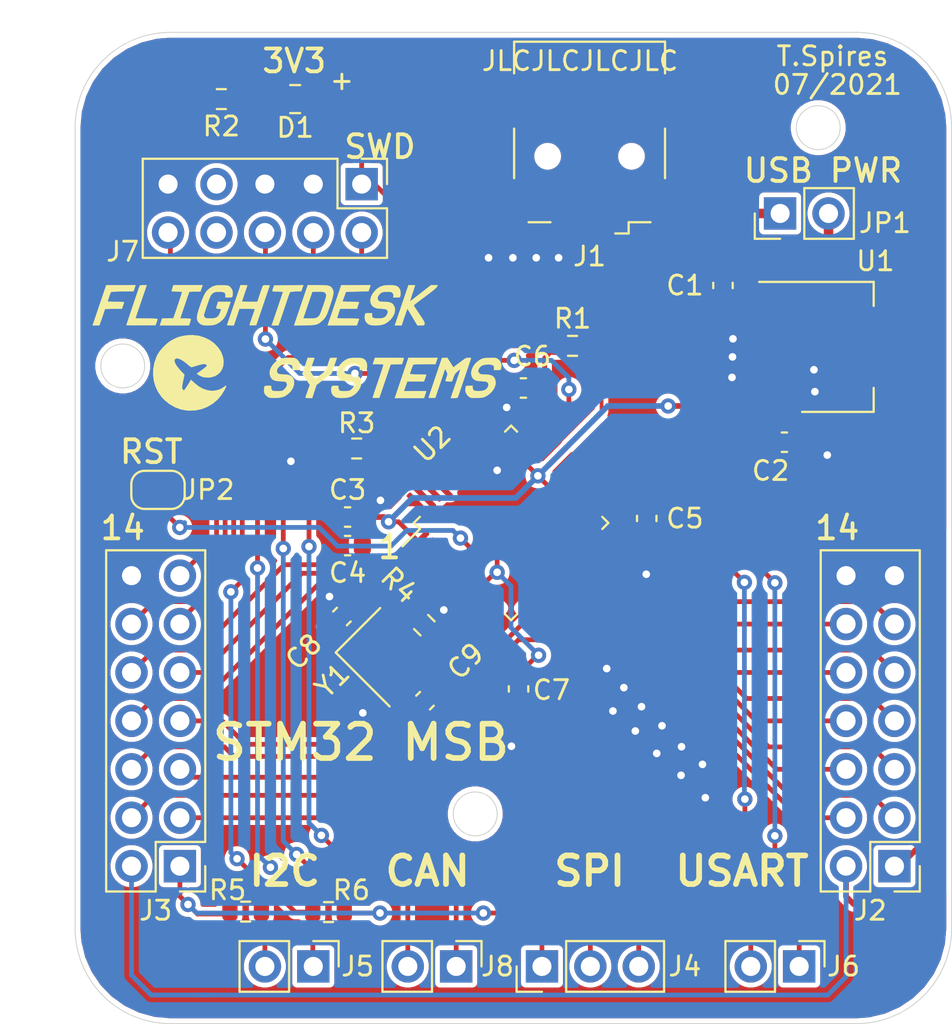
<source format=kicad_pcb>
(kicad_pcb (version 20171130) (host pcbnew "(5.1.10)-1")
  (layers (0 F.Cu signal) (31 B.Cu signal) (34 B.Paste user) (35 F.Paste user) (36 B.SilkS user) (37 F.SilkS user) (38 B.Mask user) (39 F.Mask user) (44 Edge.Cuts user))
  (net 0 "")
  (net 1 +5VP)
  (net 2 GND)
  (net 3 +3V3)
  (net 4 /HSE_OSC_IN)
  (net 5 "Net-(C9-Pad2)")
  (net 6 "Net-(D1-Pad1)")
  (net 7 "Net-(J1-Pad6)")
  (net 8 +5V)
  (net 9 /USB_D-)
  (net 10 /USB_D+)
  (net 11 "Net-(J1-Pad4)")
  (net 12 /PB1)
  (net 13 /PB0)
  (net 14 /PA4)
  (net 15 /PA3)
  (net 16 /PA2)
  (net 17 /PA1)
  (net 18 /PA0)
  (net 19 /PC15)
  (net 20 /PC14)
  (net 21 /PC13)
  (net 22 /PB2)
  (net 23 /PB10)
  (net 24 /PB11)
  (net 25 /PB12)
  (net 26 /PB13)
  (net 27 /PB14)
  (net 28 /PB15)
  (net 29 /PA8)
  (net 30 /PA15)
  (net 31 /PB4)
  (net 32 /PB5)
  (net 33 /CAN_RX)
  (net 34 /CAN_TX)
  (net 35 /I2C_SDA)
  (net 36 /I2C_SCL)
  (net 37 /USART_TX)
  (net 38 /USART_RX)
  (net 39 /SWDIO)
  (net 40 /SWCLK)
  (net 41 /SWO)
  (net 42 "Net-(J7-Pad7)")
  (net 43 "Net-(J7-Pad8)")
  (net 44 /NRST)
  (net 45 /SPI_SCK)
  (net 46 /SPI_MISO)
  (net 47 /SPI_MOSI)
  (net 48 "Net-(R3-Pad1)")
  (net 49 /HSE_OSC_OUT)
  (module Logos:Logo (layer F.Cu) (at 32.75 31.25)
    (fp_text reference G*** hide)
    (fp_text value LOGO hide)
  )
  (module Connector_USB:USB_Mini-B_Wuerth_65100516121_Horizontal (layer F.Cu) (at 48 21.5 180)
    (fp_text reference J1 (at 0 -5.25) (layer F.SilkS))
    (fp_text value USB_B_Micro)
    (pad 6 smd rect (at -4.4 2.9 180) (size 2 2.5) (layers F.Cu F.Paste F.Mask) (net 7 "Net-(J1-Pad6)"))
    (pad 6 smd rect (at 4.4 2.9 180) (size 2 2.5) (layers F.Cu F.Paste F.Mask) (net 7 "Net-(J1-Pad6)"))
    (pad 6 smd rect (at -4.4 -2.6 180) (size 2 2.5) (layers F.Cu F.Paste F.Mask) (net 7 "Net-(J1-Pad6)"))
    (pad 6 smd rect (at 4.4 -2.6 180) (size 2 2.5) (layers F.Cu F.Paste F.Mask) (net 7 "Net-(J1-Pad6)"))
    (pad 1 smd rect (at -1.6 -2.6 180) (size 0.5 2.5) (layers F.Cu F.Paste F.Mask) (net 8 +5V))
    (pad 2 smd rect (at -0.8 -2.6 180) (size 0.5 2.5) (layers F.Cu F.Paste F.Mask) (net 9 /USB_D-))
    (pad 3 smd rect (at 0 -2.6 180) (size 0.5 2.5) (layers F.Cu F.Paste F.Mask) (net 10 /USB_D+))
    (pad 4 smd rect (at 0.8 -2.6 180) (size 0.5 2.5) (layers F.Cu F.Paste F.Mask) (net 11 "Net-(J1-Pad4)"))
    (pad 5 smd rect (at 1.6 -2.6 180) (size 0.5 2.5) (layers F.Cu F.Paste F.Mask) (net 2 GND))
    (pad "" np_thru_hole circle (at -2.2 0 180) (size 0.9 0.9) (drill 0.9) (layers *.Cu *.Mask))
    (pad "" np_thru_hole circle (at 2.2 0 180) (size 0.9 0.9) (drill 0.9) (layers *.Cu *.Mask))
  )
  (module Capacitor_SMD:C_0603_1608Metric (layer F.Cu) (at 55 28.275 90)
    (fp_text reference C1 (at 0 -2 180) (layer F.SilkS))
    (fp_text value 4u7)
    (pad 1 smd roundrect (at -0.775 0 90) (size 0.9 0.95) (layers F.Cu F.Paste F.Mask) (net 1 +5VP))
    (pad 2 smd roundrect (at 0.775 0 90) (size 0.9 0.95) (layers F.Cu F.Paste F.Mask) (net 2 GND))
  )
  (module Capacitor_SMD:C_0603_1608Metric (layer F.Cu) (at 58.225 36.5)
    (fp_text reference C2 (at -0.725 1.5) (layer F.SilkS))
    (fp_text value 1u)
    (pad 2 smd roundrect (at 0.775 0) (size 0.9 0.95) (layers F.Cu F.Paste F.Mask) (net 2 GND))
    (pad 1 smd roundrect (at -0.775 0) (size 0.9 0.95) (layers F.Cu F.Paste F.Mask) (net 3 +3V3))
  )
  (module Capacitor_SMD:C_0603_1608Metric (layer F.Cu) (at 35.3 40.425 180)
    (fp_text reference C3 (at 0 1.425) (layer F.SilkS))
    (fp_text value 4u7)
    (pad 2 smd roundrect (at 0.775 0 180) (size 0.9 0.95) (layers F.Cu F.Paste F.Mask) (net 2 GND))
    (pad 1 smd roundrect (at -0.775 0 180) (size 0.9 0.95) (layers F.Cu F.Paste F.Mask) (net 3 +3V3))
  )
  (module Capacitor_SMD:C_0603_1608Metric (layer F.Cu) (at 35.3 41.925 180)
    (fp_text reference C4 (at 0 -1.43) (layer F.SilkS))
    (fp_text value 100n)
    (pad 1 smd roundrect (at -0.775 0 180) (size 0.9 0.95) (layers F.Cu F.Paste F.Mask) (net 3 +3V3))
    (pad 2 smd roundrect (at 0.775 0 180) (size 0.9 0.95) (layers F.Cu F.Paste F.Mask) (net 2 GND))
  )
  (module Capacitor_SMD:C_0603_1608Metric (layer F.Cu) (at 51 40.5 90)
    (fp_text reference C5 (at 0 2 180) (layer F.SilkS))
    (fp_text value 100n)
    (pad 2 smd roundrect (at 0.775 0 90) (size 0.9 0.95) (layers F.Cu F.Paste F.Mask) (net 2 GND))
    (pad 1 smd roundrect (at -0.775 0 90) (size 0.9 0.95) (layers F.Cu F.Paste F.Mask) (net 3 +3V3))
  )
  (module Capacitor_SMD:C_0603_1608Metric (layer F.Cu) (at 44.5262 33.655 180)
    (fp_text reference C6 (at -0.4738 1.655) (layer F.SilkS))
    (fp_text value 100n)
    (pad 1 smd roundrect (at -0.775 0 180) (size 0.9 0.95) (layers F.Cu F.Paste F.Mask) (net 3 +3V3))
    (pad 2 smd roundrect (at 0.775 0 180) (size 0.9 0.95) (layers F.Cu F.Paste F.Mask) (net 2 GND))
  )
  (module Capacitor_SMD:C_0603_1608Metric (layer F.Cu) (at 44.2722 49.4408 270)
    (fp_text reference C7 (at 0.0592 -1.7278 180) (layer F.SilkS))
    (fp_text value 100n)
    (pad 2 smd roundrect (at 0.775 0 270) (size 0.9 0.95) (layers F.Cu F.Paste F.Mask) (net 2 GND))
    (pad 1 smd roundrect (at -0.775 0 270) (size 0.9 0.95) (layers F.Cu F.Paste F.Mask) (net 3 +3V3))
  )
  (module Capacitor_SMD:C_0603_1608Metric (layer F.Cu) (at 35.0012 45.6438 45)
    (fp_text reference C8 (at -2.727594 -0.10253 45) (layer F.SilkS))
    (fp_text value 12p)
    (pad 1 smd roundrect (at -0.775 0 45) (size 0.9 0.95) (layers F.Cu F.Paste F.Mask) (net 4 /HSE_OSC_IN))
    (pad 2 smd roundrect (at 0.775 0 45) (size 0.9 0.95) (layers F.Cu F.Paste F.Mask) (net 2 GND))
  )
  (module Capacitor_SMD:C_0603_1608Metric (layer F.Cu) (at 39.36234 50.059641 45)
    (fp_text reference C9 (at 2.96794 0.055168 45) (layer F.SilkS))
    (fp_text value 12p)
    (pad 1 smd roundrect (at -0.775 0 45) (size 0.9 0.95) (layers F.Cu F.Paste F.Mask) (net 2 GND))
    (pad 2 smd roundrect (at 0.775 0 45) (size 0.9 0.95) (layers F.Cu F.Paste F.Mask) (net 5 "Net-(C9-Pad2)"))
  )
  (module Capacitor_SMD:C_0805_2012Metric (layer F.Cu) (at 32.55 18.5)
    (fp_text reference D1 (at 0 1.5) (layer F.SilkS))
    (fp_text value 3v3)
    (pad 1 smd roundrect (at -0.95 0) (size 1 1.45) (layers F.Cu F.Paste F.Mask) (net 6 "Net-(D1-Pad1)"))
    (pad 2 smd roundrect (at 0.95 0) (size 1 1.45) (layers F.Cu F.Paste F.Mask) (net 3 +3V3))
  )
  (module Connector_PinHeader_2.54mm:PinHeader_2x07_P2.54mm_Vertical (layer F.Cu) (at 64 58.74 180)
    (fp_text reference J2 (at 1.27 -2.33) (layer F.SilkS))
    (fp_text value I/O1)
    (pad 14 thru_hole oval (at 2.54 15.24 180) (size 1.7 1.7) (drill 1) (layers *.Cu *.Mask) (net 2 GND))
    (pad 13 thru_hole oval (at 0 15.24 180) (size 1.7 1.7) (drill 1) (layers *.Cu *.Mask) (net 2 GND))
    (pad 12 thru_hole oval (at 2.54 12.7 180) (size 1.7 1.7) (drill 1) (layers *.Cu *.Mask) (net 28 /PB15))
    (pad 11 thru_hole oval (at 0 12.7 180) (size 1.7 1.7) (drill 1) (layers *.Cu *.Mask) (net 29 /PA8))
    (pad 10 thru_hole oval (at 2.54 10.16 180) (size 1.7 1.7) (drill 1) (layers *.Cu *.Mask) (net 26 /PB13))
    (pad 9 thru_hole oval (at 0 10.16 180) (size 1.7 1.7) (drill 1) (layers *.Cu *.Mask) (net 27 /PB14))
    (pad 8 thru_hole oval (at 2.54 7.62 180) (size 1.7 1.7) (drill 1) (layers *.Cu *.Mask) (net 24 /PB11))
    (pad 7 thru_hole oval (at 0 7.62 180) (size 1.7 1.7) (drill 1) (layers *.Cu *.Mask) (net 25 /PB12))
    (pad 6 thru_hole oval (at 2.54 5.08 180) (size 1.7 1.7) (drill 1) (layers *.Cu *.Mask) (net 22 /PB2))
    (pad 5 thru_hole oval (at 0 5.08 180) (size 1.7 1.7) (drill 1) (layers *.Cu *.Mask) (net 23 /PB10))
    (pad 4 thru_hole oval (at 2.54 2.54 180) (size 1.7 1.7) (drill 1) (layers *.Cu *.Mask) (net 13 /PB0))
    (pad 3 thru_hole oval (at 0 2.54 180) (size 1.7 1.7) (drill 1) (layers *.Cu *.Mask) (net 12 /PB1))
    (pad 2 thru_hole oval (at 2.54 0 180) (size 1.7 1.7) (drill 1) (layers *.Cu *.Mask) (net 1 +5VP))
    (pad 1 thru_hole rect (at 0 0 180) (size 1.7 1.7) (drill 1) (layers *.Cu *.Mask) (net 3 +3V3))
  )
  (module Connector_PinHeader_2.54mm:PinHeader_2x07_P2.54mm_Vertical (layer F.Cu) (at 26.5 58.74 180)
    (fp_text reference J3 (at 1.27 -2.33) (layer F.SilkS))
    (fp_text value I/O2)
    (pad 1 thru_hole rect (at 0 0 180) (size 1.7 1.7) (drill 1) (layers *.Cu *.Mask) (net 3 +3V3))
    (pad 2 thru_hole oval (at 2.54 0 180) (size 1.7 1.7) (drill 1) (layers *.Cu *.Mask) (net 1 +5VP))
    (pad 3 thru_hole oval (at 0 2.54 180) (size 1.7 1.7) (drill 1) (layers *.Cu *.Mask) (net 14 /PA4))
    (pad 4 thru_hole oval (at 2.54 2.54 180) (size 1.7 1.7) (drill 1) (layers *.Cu *.Mask) (net 15 /PA3))
    (pad 5 thru_hole oval (at 0 5.08 180) (size 1.7 1.7) (drill 1) (layers *.Cu *.Mask) (net 16 /PA2))
    (pad 6 thru_hole oval (at 2.54 5.08 180) (size 1.7 1.7) (drill 1) (layers *.Cu *.Mask) (net 17 /PA1))
    (pad 7 thru_hole oval (at 0 7.62 180) (size 1.7 1.7) (drill 1) (layers *.Cu *.Mask) (net 18 /PA0))
    (pad 8 thru_hole oval (at 2.54 7.62 180) (size 1.7 1.7) (drill 1) (layers *.Cu *.Mask) (net 19 /PC15))
    (pad 9 thru_hole oval (at 0 10.16 180) (size 1.7 1.7) (drill 1) (layers *.Cu *.Mask) (net 20 /PC14))
    (pad 10 thru_hole oval (at 2.54 10.16 180) (size 1.7 1.7) (drill 1) (layers *.Cu *.Mask) (net 21 /PC13))
    (pad 11 thru_hole oval (at 0 12.7 180) (size 1.7 1.7) (drill 1) (layers *.Cu *.Mask) (net 32 /PB5))
    (pad 12 thru_hole oval (at 2.54 12.7 180) (size 1.7 1.7) (drill 1) (layers *.Cu *.Mask) (net 31 /PB4))
    (pad 13 thru_hole oval (at 0 15.24 180) (size 1.7 1.7) (drill 1) (layers *.Cu *.Mask) (net 30 /PA15))
    (pad 14 thru_hole oval (at 2.54 15.24 180) (size 1.7 1.7) (drill 1) (layers *.Cu *.Mask) (net 2 GND))
  )
  (module Connector_PinHeader_2.54mm:PinHeader_1x02_P2.54mm_Vertical (layer F.Cu) (at 41 64 270)
    (fp_text reference J4 (at 0 -12 180) (layer F.SilkS))
    (fp_text value CAN)
    (pad 1 thru_hole rect (at 0 0 270) (size 1.7 1.7) (drill 1) (layers *.Cu *.Mask) (net 34 /CAN_TX))
    (pad 2 thru_hole oval (at 0 2.54 270) (size 1.7 1.7) (drill 1) (layers *.Cu *.Mask) (net 33 /CAN_RX))
  )
  (module Connector_PinHeader_2.54mm:PinHeader_1x02_P2.54mm_Vertical (layer F.Cu) (at 33.5 64 270)
    (fp_text reference J5 (at 0 -2.33 180) (layer F.SilkS))
    (fp_text value I2C)
    (pad 2 thru_hole oval (at 0 2.54 270) (size 1.7 1.7) (drill 1) (layers *.Cu *.Mask) (net 36 /I2C_SCL))
    (pad 1 thru_hole rect (at 0 0 270) (size 1.7 1.7) (drill 1) (layers *.Cu *.Mask) (net 35 /I2C_SDA))
  )
  (module Connector_PinHeader_2.54mm:PinHeader_1x02_P2.54mm_Vertical (layer F.Cu) (at 59 64 270)
    (fp_text reference J6 (at 0 -2.33 180) (layer F.SilkS))
    (fp_text value USART)
    (pad 1 thru_hole rect (at 0 0 270) (size 1.7 1.7) (drill 1) (layers *.Cu *.Mask) (net 38 /USART_RX))
    (pad 2 thru_hole oval (at 0 2.54 270) (size 1.7 1.7) (drill 1) (layers *.Cu *.Mask) (net 37 /USART_TX))
  )
  (module Connector_PinHeader_2.54mm:PinHeader_2x05_P2.54mm_Vertical (layer F.Cu) (at 36.04 22.96 270)
    (fp_text reference J7 (at 3.54 12.54 180) (layer F.SilkS))
    (fp_text value SWD)
    (pad 1 thru_hole rect (at 0 0 270) (size 1.7 1.7) (drill 1) (layers *.Cu *.Mask) (net 3 +3V3))
    (pad 2 thru_hole oval (at 2.54 0 270) (size 1.7 1.7) (drill 1) (layers *.Cu *.Mask) (net 39 /SWDIO))
    (pad 3 thru_hole oval (at 0 2.54 270) (size 1.7 1.7) (drill 1) (layers *.Cu *.Mask) (net 2 GND))
    (pad 4 thru_hole oval (at 2.54 2.54 270) (size 1.7 1.7) (drill 1) (layers *.Cu *.Mask) (net 40 /SWCLK))
    (pad 5 thru_hole oval (at 0 5.08 270) (size 1.7 1.7) (drill 1) (layers *.Cu *.Mask) (net 2 GND))
    (pad 6 thru_hole oval (at 2.54 5.08 270) (size 1.7 1.7) (drill 1) (layers *.Cu *.Mask) (net 41 /SWO))
    (pad 7 thru_hole oval (at 0 7.62 270) (size 1.7 1.7) (drill 1) (layers *.Cu *.Mask) (net 42 "Net-(J7-Pad7)"))
    (pad 8 thru_hole oval (at 2.54 7.62 270) (size 1.7 1.7) (drill 1) (layers *.Cu *.Mask) (net 43 "Net-(J7-Pad8)"))
    (pad 9 thru_hole oval (at 0 10.16 270) (size 1.7 1.7) (drill 1) (layers *.Cu *.Mask) (net 2 GND))
    (pad 10 thru_hole oval (at 2.54 10.16 270) (size 1.7 1.7) (drill 1) (layers *.Cu *.Mask) (net 44 /NRST))
  )
  (module Connector_PinHeader_2.54mm:PinHeader_1x03_P2.54mm_Vertical (layer F.Cu) (at 45.5 64 90)
    (fp_text reference J8 (at 0 -2.33 180) (layer F.SilkS))
    (fp_text value SPI)
    (pad 1 thru_hole rect (at 0 0 90) (size 1.7 1.7) (drill 1) (layers *.Cu *.Mask) (net 45 /SPI_SCK))
    (pad 2 thru_hole oval (at 0 2.54 90) (size 1.7 1.7) (drill 1) (layers *.Cu *.Mask) (net 46 /SPI_MISO))
    (pad 3 thru_hole oval (at 0 5.08 90) (size 1.7 1.7) (drill 1) (layers *.Cu *.Mask) (net 47 /SPI_MOSI))
  )
  (module Connector_PinHeader_2.54mm:PinHeader_1x02_P2.54mm_Vertical (layer F.Cu) (at 58 24.5 90)
    (fp_text reference JP1 (at -0.5 5.5 180) (layer F.SilkS))
    (fp_text value Jumper_NC_Small)
    (pad 2 thru_hole oval (at 0 2.54 90) (size 1.7 1.7) (drill 1) (layers *.Cu *.Mask) (net 1 +5VP))
    (pad 1 thru_hole rect (at 0 0 90) (size 1.7 1.7) (drill 1) (layers *.Cu *.Mask) (net 8 +5V))
  )
  (module Jumper:SolderJumper-2_P1.3mm_Open_RoundedPad1.0x1.5mm (layer F.Cu) (at 25.35 39)
    (fp_text reference JP2 (at 2.65 0) (layer F.SilkS))
    (fp_text value SolderJumper_2_Open)
    (pad 1 smd custom (at -0.65 0) (size 1 0.5) (layers F.Cu F.Mask) (net 2 GND) (options (clearance outline) (anchor rect)) (primitives (gr_circle (center 0 0.25) (end 0.5 0.25) (width 0)) (gr_circle (center 0 -0.25) (end 0.5 -0.25) (width 0)) (gr_poly (pts (xy 0 -0.75) (xy 0.5 -0.75) (xy 0.5 0.75) (xy 0 0.75)) (width 0))))
    (pad 2 smd custom (at 0.65 0) (size 1 0.5) (layers F.Cu F.Mask) (net 44 /NRST) (options (clearance outline) (anchor rect)) (primitives (gr_circle (center 0 0.25) (end 0.5 0.25) (width 0)) (gr_circle (center 0 -0.25) (end 0.5 -0.25) (width 0)) (gr_poly (pts (xy 0 -0.75) (xy -0.5 -0.75) (xy -0.5 0.75) (xy 0 0.75)) (width 0))))
  )
  (module Resistor_SMD:R_0603_1608Metric (layer F.Cu) (at 47.1048 31.4452)
    (fp_text reference R1 (at 0 -1.43) (layer F.SilkS))
    (fp_text value 1.5k)
    (pad 2 smd roundrect (at 0.825 0) (size 0.8 0.95) (layers F.Cu F.Paste F.Mask) (net 10 /USB_D+))
    (pad 1 smd roundrect (at -0.825 0) (size 0.8 0.95) (layers F.Cu F.Paste F.Mask) (net 3 +3V3))
  )
  (module Resistor_SMD:R_0603_1608Metric (layer F.Cu) (at 28.675 18.5 180)
    (fp_text reference R2 (at 0 -1.43) (layer F.SilkS))
    (fp_text value 1.5k)
    (pad 1 smd roundrect (at -0.825 0 180) (size 0.8 0.95) (layers F.Cu F.Paste F.Mask) (net 6 "Net-(D1-Pad1)"))
    (pad 2 smd roundrect (at 0.825 0 180) (size 0.8 0.95) (layers F.Cu F.Paste F.Mask) (net 2 GND))
  )
  (module Resistor_SMD:R_0603_1608Metric (layer F.Cu) (at 35.7764 36.83 180)
    (fp_text reference R3 (at 0 1.33) (layer F.SilkS))
    (fp_text value 10K)
    (pad 1 smd roundrect (at -0.825 0 180) (size 0.8 0.95) (layers F.Cu F.Paste F.Mask) (net 48 "Net-(R3-Pad1)"))
    (pad 2 smd roundrect (at 0.825 0 180) (size 0.8 0.95) (layers F.Cu F.Paste F.Mask) (net 2 GND))
  )
  (module Resistor_SMD:R_0603_1608Metric (layer F.Cu) (at 39.326985 46.099843 315)
    (fp_text reference R4 (at -2.423133 -0.546493 135) (layer F.SilkS))
    (fp_text value 47)
    (pad 2 smd roundrect (at 0.825 0 315) (size 0.8 0.95) (layers F.Cu F.Paste F.Mask) (net 5 "Net-(C9-Pad2)"))
    (pad 1 smd roundrect (at -0.825 0 315) (size 0.8 0.95) (layers F.Cu F.Paste F.Mask) (net 49 /HSE_OSC_OUT))
  )
  (module Resistor_SMD:R_0603_1608Metric (layer F.Cu) (at 29.95 61.125)
    (fp_text reference R5 (at -0.95 -1.125) (layer F.SilkS))
    (fp_text value 4.7k)
    (pad 1 smd roundrect (at -0.825 0) (size 0.8 0.95) (layers F.Cu F.Paste F.Mask) (net 3 +3V3))
    (pad 2 smd roundrect (at 0.825 0) (size 0.8 0.95) (layers F.Cu F.Paste F.Mask) (net 36 /I2C_SCL))
  )
  (module Resistor_SMD:R_0603_1608Metric (layer F.Cu) (at 34.3 61.15 180)
    (fp_text reference R6 (at -1.2 1.15) (layer F.SilkS))
    (fp_text value 4.7k)
    (pad 2 smd roundrect (at 0.825 0 180) (size 0.8 0.95) (layers F.Cu F.Paste F.Mask) (net 35 /I2C_SDA))
    (pad 1 smd roundrect (at -0.825 0 180) (size 0.8 0.95) (layers F.Cu F.Paste F.Mask) (net 3 +3V3))
  )
  (module Package_TO_SOT_SMD:SOT-223-3_TabPin2 (layer F.Cu) (at 61 31.5)
    (fp_text reference U1 (at 2 -4.5) (layer F.SilkS))
    (fp_text value MCP1825S)
    (pad 2 smd rect (at 3.15 0) (size 2 3.8) (layers F.Cu F.Paste F.Mask) (net 2 GND))
    (pad 2 smd rect (at -3.15 0) (size 2 1.5) (layers F.Cu F.Paste F.Mask) (net 2 GND))
    (pad 3 smd rect (at -3.15 2.3) (size 2 1.5) (layers F.Cu F.Paste F.Mask) (net 3 +3V3))
    (pad 1 smd rect (at -3.15 -2.3) (size 2 1.5) (layers F.Cu F.Paste F.Mask) (net 1 +5VP))
  )
  (module Package_QFP:LQFP-48_7x7mm_P0.5mm (layer F.Cu) (at 43.879891 40.733445 45)
    (fp_text reference U2 (at 0 -5.85 45) (layer F.SilkS))
    (fp_text value STM32F103C8Tx)
    (pad 1 smd roundrect (at -4.1625 -2.75 45) (size 1.475 0.3) (layers F.Cu F.Paste F.Mask) (net 3 +3V3))
    (pad 2 smd roundrect (at -4.1625 -2.25 45) (size 1.475 0.3) (layers F.Cu F.Paste F.Mask) (net 21 /PC13))
    (pad 3 smd roundrect (at -4.1625 -1.75 45) (size 1.475 0.3) (layers F.Cu F.Paste F.Mask) (net 20 /PC14))
    (pad 4 smd roundrect (at -4.1625 -1.25 45) (size 1.475 0.3) (layers F.Cu F.Paste F.Mask) (net 19 /PC15))
    (pad 5 smd roundrect (at -4.1625 -0.75 45) (size 1.475 0.3) (layers F.Cu F.Paste F.Mask) (net 4 /HSE_OSC_IN))
    (pad 6 smd roundrect (at -4.1625 -0.25 45) (size 1.475 0.3) (layers F.Cu F.Paste F.Mask) (net 49 /HSE_OSC_OUT))
    (pad 7 smd roundrect (at -4.1625 0.25 45) (size 1.475 0.3) (layers F.Cu F.Paste F.Mask) (net 44 /NRST))
    (pad 8 smd roundrect (at -4.1625 0.75 45) (size 1.475 0.3) (layers F.Cu F.Paste F.Mask) (net 2 GND))
    (pad 9 smd roundrect (at -4.1625 1.25 45) (size 1.475 0.3) (layers F.Cu F.Paste F.Mask) (net 3 +3V3))
    (pad 10 smd roundrect (at -4.1625 1.75 45) (size 1.475 0.3) (layers F.Cu F.Paste F.Mask) (net 18 /PA0))
    (pad 11 smd roundrect (at -4.1625 2.25 45) (size 1.475 0.3) (layers F.Cu F.Paste F.Mask) (net 17 /PA1))
    (pad 12 smd roundrect (at -4.1625 2.75 45) (size 1.475 0.3) (layers F.Cu F.Paste F.Mask) (net 16 /PA2))
    (pad 13 smd roundrect (at -2.75 4.1625 45) (size 0.3 1.475) (layers F.Cu F.Paste F.Mask) (net 15 /PA3))
    (pad 14 smd roundrect (at -2.25 4.1625 45) (size 0.3 1.475) (layers F.Cu F.Paste F.Mask) (net 14 /PA4))
    (pad 15 smd roundrect (at -1.75 4.1625 45) (size 0.3 1.475) (layers F.Cu F.Paste F.Mask) (net 45 /SPI_SCK))
    (pad 16 smd roundrect (at -1.25 4.1625 45) (size 0.3 1.475) (layers F.Cu F.Paste F.Mask) (net 46 /SPI_MISO))
    (pad 17 smd roundrect (at -0.75 4.1625 45) (size 0.3 1.475) (layers F.Cu F.Paste F.Mask) (net 47 /SPI_MOSI))
    (pad 18 smd roundrect (at -0.25 4.1625 45) (size 0.3 1.475) (layers F.Cu F.Paste F.Mask) (net 13 /PB0))
    (pad 19 smd roundrect (at 0.25 4.1625 45) (size 0.3 1.475) (layers F.Cu F.Paste F.Mask) (net 12 /PB1))
    (pad 20 smd roundrect (at 0.75 4.1625 45) (size 0.3 1.475) (layers F.Cu F.Paste F.Mask) (net 22 /PB2))
    (pad 21 smd roundrect (at 1.25 4.1625 45) (size 0.3 1.475) (layers F.Cu F.Paste F.Mask) (net 23 /PB10))
    (pad 22 smd roundrect (at 1.75 4.1625 45) (size 0.3 1.475) (layers F.Cu F.Paste F.Mask) (net 24 /PB11))
    (pad 23 smd roundrect (at 2.25 4.1625 45) (size 0.3 1.475) (layers F.Cu F.Paste F.Mask) (net 2 GND))
    (pad 24 smd roundrect (at 2.75 4.1625 45) (size 0.3 1.475) (layers F.Cu F.Paste F.Mask) (net 3 +3V3))
    (pad 25 smd roundrect (at 4.1625 2.75 45) (size 1.475 0.3) (layers F.Cu F.Paste F.Mask) (net 25 /PB12))
    (pad 26 smd roundrect (at 4.1625 2.25 45) (size 1.475 0.3) (layers F.Cu F.Paste F.Mask) (net 26 /PB13))
    (pad 27 smd roundrect (at 4.1625 1.75 45) (size 1.475 0.3) (layers F.Cu F.Paste F.Mask) (net 27 /PB14))
    (pad 28 smd roundrect (at 4.1625 1.25 45) (size 1.475 0.3) (layers F.Cu F.Paste F.Mask) (net 28 /PB15))
    (pad 29 smd roundrect (at 4.1625 0.75 45) (size 1.475 0.3) (layers F.Cu F.Paste F.Mask) (net 29 /PA8))
    (pad 30 smd roundrect (at 4.1625 0.25 45) (size 1.475 0.3) (layers F.Cu F.Paste F.Mask) (net 37 /USART_TX))
    (pad 31 smd roundrect (at 4.1625 -0.25 45) (size 1.475 0.3) (layers F.Cu F.Paste F.Mask) (net 38 /USART_RX))
    (pad 32 smd roundrect (at 4.1625 -0.75 45) (size 1.475 0.3) (layers F.Cu F.Paste F.Mask) (net 9 /USB_D-))
    (pad 33 smd roundrect (at 4.1625 -1.25 45) (size 1.475 0.3) (layers F.Cu F.Paste F.Mask) (net 10 /USB_D+))
    (pad 34 smd roundrect (at 4.1625 -1.75 45) (size 1.475 0.3) (layers F.Cu F.Paste F.Mask) (net 39 /SWDIO))
    (pad 35 smd roundrect (at 4.1625 -2.25 45) (size 1.475 0.3) (layers F.Cu F.Paste F.Mask) (net 2 GND))
    (pad 36 smd roundrect (at 4.1625 -2.75 45) (size 1.475 0.3) (layers F.Cu F.Paste F.Mask) (net 3 +3V3))
    (pad 37 smd roundrect (at 2.75 -4.1625 45) (size 0.3 1.475) (layers F.Cu F.Paste F.Mask) (net 40 /SWCLK))
    (pad 38 smd roundrect (at 2.25 -4.1625 45) (size 0.3 1.475) (layers F.Cu F.Paste F.Mask) (net 30 /PA15))
    (pad 39 smd roundrect (at 1.75 -4.1625 45) (size 0.3 1.475) (layers F.Cu F.Paste F.Mask) (net 41 /SWO))
    (pad 40 smd roundrect (at 1.25 -4.1625 45) (size 0.3 1.475) (layers F.Cu F.Paste F.Mask) (net 31 /PB4))
    (pad 41 smd roundrect (at 0.75 -4.1625 45) (size 0.3 1.475) (layers F.Cu F.Paste F.Mask) (net 32 /PB5))
    (pad 42 smd roundrect (at 0.25 -4.1625 45) (size 0.3 1.475) (layers F.Cu F.Paste F.Mask) (net 36 /I2C_SCL))
    (pad 43 smd roundrect (at -0.25 -4.1625 45) (size 0.3 1.475) (layers F.Cu F.Paste F.Mask) (net 35 /I2C_SDA))
    (pad 44 smd roundrect (at -0.75 -4.1625 45) (size 0.3 1.475) (layers F.Cu F.Paste F.Mask) (net 48 "Net-(R3-Pad1)"))
    (pad 45 smd roundrect (at -1.25 -4.1625 45) (size 0.3 1.475) (layers F.Cu F.Paste F.Mask) (net 33 /CAN_RX))
    (pad 46 smd roundrect (at -1.75 -4.1625 45) (size 0.3 1.475) (layers F.Cu F.Paste F.Mask) (net 34 /CAN_TX))
    (pad 47 smd roundrect (at -2.25 -4.1625 45) (size 0.3 1.475) (layers F.Cu F.Paste F.Mask) (net 2 GND))
    (pad 48 smd roundrect (at -2.75 -4.1625 45) (size 0.3 1.475) (layers F.Cu F.Paste F.Mask) (net 3 +3V3))
  )
  (module Crystal:Crystal_SMD_3225-4Pin_3.2x2.5mm (layer F.Cu) (at 37.258697 47.779222 315)
    (fp_text reference Y1 (at -1.087473 2.813914 225) (layer F.SilkS))
    (fp_text value 16MHz)
    (pad 1 smd rect (at -1.1 0.85 315) (size 1.4 1.2) (layers F.Cu F.Paste F.Mask) (net 4 /HSE_OSC_IN))
    (pad 2 smd rect (at 1.1 0.85 315) (size 1.4 1.2) (layers F.Cu F.Paste F.Mask) (net 2 GND))
    (pad 3 smd rect (at 1.1 -0.85 315) (size 1.4 1.2) (layers F.Cu F.Paste F.Mask) (net 5 "Net-(C9-Pad2)"))
    (pad 4 smd rect (at -1.1 -0.85 315) (size 1.4 1.2) (layers F.Cu F.Paste F.Mask) (net 2 GND))
  )
  (gr_circle (center 23.5 32.5) (end 24.652 32.5) (layer Edge.Cuts) (width 0.05))
  (gr_circle (center 60 20) (end 61.152 20) (layer Edge.Cuts) (width 0.05))
  (gr_circle (center 42 56) (end 43.152 56) (layer Edge.Cuts) (width 0.05))
  (gr_text JLCJLCJLCJLC (at 47.5 16.5) (layer F.SilkS) (effects (font (size 1 1))))
  (gr_text + (at 35 17.5) (layer F.SilkS) (effects (font (size 1 1))))
  (gr_text 1 (at 37.5 42) (layer F.SilkS) (effects (font (size 1.2 1.2) (thickness 0.2))))
  (gr_text 07/2021 (at 61 17.75) (layer F.SilkS) (effects (font (size 1 1))))
  (gr_text T.Spires (at 60.75 16.25) (layer F.SilkS) (effects (font (size 1 1))))
  (gr_text SWD (at 37 21) (layer F.SilkS) (effects (font (size 1.2 1.2) (thickness 0.2))))
  (gr_text "USB PWR" (at 60.25 22.25) (layer F.SilkS) (effects (font (size 1.2 1.2) (thickness 0.2))))
  (gr_text 3V3 (at 32.5 16.5) (layer F.SilkS) (effects (font (size 1.2 1.2) (thickness 0.2))))
  (gr_text 14 (at 61 41) (layer F.SilkS) (effects (font (size 1.2 1.2) (thickness 0.2))))
  (gr_text RST (at 25 37) (layer F.SilkS) (effects (font (size 1.2 1.2) (thickness 0.2))))
  (gr_text 14 (at 23.5 41) (layer F.SilkS) (effects (font (size 1.2 1.2) (thickness 0.2))))
  (gr_text USART (at 56 59) (layer F.SilkS) (effects (font (size 1.5 1.5) (thickness 0.3))))
  (gr_text SPI (at 48 59) (layer F.SilkS) (effects (font (size 1.5 1.5) (thickness 0.3))))
  (gr_text I2C (at 32 59) (layer F.SilkS) (effects (font (size 1.5 1.5) (thickness 0.3))))
  (gr_text CAN (at 39.5 59) (layer F.SilkS) (effects (font (size 1.5 1.5) (thickness 0.3))))
  (gr_text "STM32 MSB" (at 36 52.25) (layer F.SilkS) (effects (font (size 1.8 1.8) (thickness 0.3))))
  (gr_line (start 26 67) (end 62 67) (layer Edge.Cuts) (width 0.05))
  (gr_arc (start 62 62) (end 62 67) (angle -90) (layer Edge.Cuts) (width 0.05))
  (gr_arc (start 26 62) (end 21 62) (angle -90) (layer Edge.Cuts) (width 0.05))
  (gr_arc (start 62 20) (end 67 20) (angle -90) (layer Edge.Cuts) (width 0.05))
  (gr_arc (start 26 20) (end 26 15) (angle -90) (layer Edge.Cuts) (width 0.05))
  (gr_line (start 67 20) (end 67 62) (layer Edge.Cuts) (width 0.05))
  (gr_line (start 26 15) (end 62 15) (layer Edge.Cuts) (width 0.05))
  (gr_line (start 21 62) (end 21 20) (layer Edge.Cuts) (width 0.05))
  (segment (start 60.54 24.5) (end 60.54 26.0994) (width 0.5) (layer F.Cu) (net 1))
  (segment (start 60.54 26.0994) (end 59.5884 27.051) (width 0.5) (layer F.Cu) (net 1))
  (segment (start 59.5884 27.051) (end 58.2676 27.051) (width 0.5) (layer F.Cu) (net 1))
  (segment (start 57.85 27.4686) (end 57.85 29.2) (width 0.5) (layer F.Cu) (net 1))
  (segment (start 58.2676 27.051) (end 57.85 27.4686) (width 0.5) (layer F.Cu) (net 1))
  (segment (start 57.7 29.05) (end 57.85 29.2) (width 0.5) (layer F.Cu) (net 1))
  (segment (start 55 29.05) (end 57.7 29.05) (width 0.5) (layer F.Cu) (net 1))
  (segment (start 61.85 60.725) (end 61.46 60.335) (width 0.3) (layer F.Cu) (net 1))
  (segment (start 65.275 60.725) (end 61.85 60.725) (width 0.3) (layer F.Cu) (net 1))
  (segment (start 66.2 59.8) (end 65.275 60.725) (width 0.3) (layer F.Cu) (net 1))
  (segment (start 61.46 60.335) (end 61.46 58.74) (width 0.3) (layer F.Cu) (net 1))
  (segment (start 66.2 41.45) (end 66.2 59.8) (width 0.3) (layer F.Cu) (net 1))
  (segment (start 60.975 36.225) (end 66.2 41.45) (width 0.3) (layer F.Cu) (net 1))
  (segment (start 60.975 31.025) (end 60.975 36.225) (width 0.3) (layer F.Cu) (net 1))
  (segment (start 59.15 29.2) (end 60.975 31.025) (width 0.3) (layer F.Cu) (net 1))
  (segment (start 57.85 29.2) (end 59.15 29.2) (width 0.3) (layer F.Cu) (net 1))
  (segment (start 61.46 64.54) (end 61.46 58.74) (width 0.25) (layer B.Cu) (net 1))
  (segment (start 60.5 65.5) (end 61.46 64.54) (width 0.25) (layer B.Cu) (net 1))
  (segment (start 25 65.5) (end 28 65.5) (width 0.25) (layer B.Cu) (net 1))
  (segment (start 23.96 64.46) (end 25 65.5) (width 0.25) (layer B.Cu) (net 1))
  (segment (start 23.96 58.74) (end 23.96 64.46) (width 0.25) (layer B.Cu) (net 1))
  (segment (start 28 65.5) (end 60.5 65.5) (width 0.25) (layer B.Cu) (net 1))
  (segment (start 27.5 65.5) (end 28 65.5) (width 0.25) (layer B.Cu) (net 1))
  (segment (start 37.124088 48.846694) (end 37.435474 49.15808) (width 0.25) (layer F.Cu) (net 2))
  (segment (start 37.08192 46.400364) (end 37.124088 46.442532) (width 0.25) (layer F.Cu) (net 2))
  (segment (start 37.435474 49.15808) (end 37.435474 49.228791) (width 0.25) (layer F.Cu) (net 2))
  (segment (start 38.814332 50.536938) (end 37.435474 49.15808) (width 0.3) (layer F.Cu) (net 2))
  (segment (start 38.814332 50.607649) (end 38.814332 50.536938) (width 0.3) (layer F.Cu) (net 2))
  (segment (start 37.149088 46.467532) (end 37.08192 46.400364) (width 0.3) (layer F.Cu) (net 2))
  (segment (start 37.149088 48.871694) (end 37.149088 46.467532) (width 0.3) (layer F.Cu) (net 2))
  (segment (start 37.435474 49.15808) (end 37.149088 48.871694) (width 0.3) (layer F.Cu) (net 2))
  (segment (start 34.525 41.925) (end 34.525 40.425) (width 0.3) (layer F.Cu) (net 2))
  (via (at 37.025 39.55) (size 0.8) (drill 0.4) (layers F.Cu B.Cu) (net 2))
  (segment (start 35.4 39.55) (end 37.025 39.55) (width 0.3) (layer F.Cu) (net 2))
  (segment (start 34.525 40.425) (end 35.4 39.55) (width 0.3) (layer F.Cu) (net 2))
  (via (at 36.1 50.7) (size 0.8) (drill 0.4) (layers F.Cu B.Cu) (net 2))
  (segment (start 35.549208 45.095792) (end 35.552198 45.095792) (width 0.25) (layer F.Cu) (net 2))
  (via (at 34.35 44.59799) (size 0.8) (drill 0.4) (layers F.Cu B.Cu) (net 2))
  (segment (start 34.847802 45.095792) (end 34.35 44.59799) (width 0.25) (layer F.Cu) (net 2))
  (segment (start 35.549208 45.095792) (end 34.847802 45.095792) (width 0.25) (layer F.Cu) (net 2))
  (via (at 50.975 43.425) (size 0.8) (drill 0.4) (layers F.Cu B.Cu) (net 2))
  (segment (start 51.80001 40.52501) (end 51.80001 42.59999) (width 0.25) (layer F.Cu) (net 2))
  (segment (start 51.80001 42.59999) (end 50.975 43.425) (width 0.25) (layer F.Cu) (net 2))
  (segment (start 51 39.725) (end 51.80001 40.52501) (width 0.25) (layer F.Cu) (net 2))
  (via (at 43.65 34.675) (size 0.8) (drill 0.4) (layers F.Cu B.Cu) (net 2))
  (segment (start 42.355 33.655) (end 42.075 33.375) (width 0.25) (layer F.Cu) (net 2))
  (segment (start 43.7512 33.655) (end 42.355 33.655) (width 0.25) (layer F.Cu) (net 2))
  (via (at 46.375 26.825) (size 0.8) (drill 0.4) (layers F.Cu B.Cu) (net 2))
  (via (at 45.2 26.825) (size 0.8) (drill 0.4) (layers F.Cu B.Cu) (net 2))
  (via (at 43.975 26.825) (size 0.8) (drill 0.4) (layers F.Cu B.Cu) (net 2))
  (via (at 42.7 26.825) (size 0.8) (drill 0.4) (layers F.Cu B.Cu) (net 2))
  (via (at 60.475 37.175) (size 0.8) (drill 0.4) (layers F.Cu B.Cu) (net 2))
  (segment (start 59.8 36.5) (end 60.475 37.175) (width 0.25) (layer F.Cu) (net 2))
  (segment (start 59 36.5) (end 59.8 36.5) (width 0.25) (layer F.Cu) (net 2))
  (via (at 59.775 32.7) (size 0.8) (drill 0.4) (layers F.Cu B.Cu) (net 2))
  (via (at 59.825 33.85) (size 0.8) (drill 0.4) (layers F.Cu B.Cu) (net 2))
  (via (at 55.525 31.075) (size 0.8) (drill 0.4) (layers F.Cu B.Cu) (net 2))
  (via (at 55.5 32.025) (size 0.8) (drill 0.4) (layers F.Cu B.Cu) (net 2))
  (via (at 55.475 33.1) (size 0.8) (drill 0.4) (layers F.Cu B.Cu) (net 2))
  (via (at 43.15 37.975) (size 0.8) (drill 0.4) (layers F.Cu B.Cu) (net 2))
  (segment (start 41.175949 39.949051) (end 43.15 37.975) (width 0.25) (layer F.Cu) (net 2))
  (segment (start 39.913517 39.949051) (end 41.175949 39.949051) (width 0.25) (layer F.Cu) (net 2))
  (segment (start 39.345569 39.381103) (end 39.913517 39.949051) (width 0.25) (layer F.Cu) (net 2))
  (segment (start 46.188799 32.753679) (end 47.1 31.842478) (width 0.25) (layer F.Cu) (net 2))
  (segment (start 46.188799 35.277897) (end 46.188799 32.753679) (width 0.25) (layer F.Cu) (net 2))
  (segment (start 45.267573 36.199123) (end 46.188799 35.277897) (width 0.25) (layer F.Cu) (net 2))
  (segment (start 45.232233 36.199123) (end 45.267573 36.199123) (width 0.25) (layer F.Cu) (net 2))
  (segment (start 47.1 27.55) (end 46.375 26.825) (width 0.25) (layer F.Cu) (net 2))
  (segment (start 47.1 31.842478) (end 47.1 27.55) (width 0.25) (layer F.Cu) (net 2))
  (via (at 32.325 37.5) (size 0.8) (drill 0.4) (layers F.Cu B.Cu) (net 2))
  (segment (start 32.995 36.83) (end 32.325 37.5) (width 0.25) (layer F.Cu) (net 2))
  (segment (start 34.9514 36.83) (end 32.995 36.83) (width 0.25) (layer F.Cu) (net 2))
  (segment (start 49.718086 43.425) (end 50.975 43.425) (width 0.25) (layer F.Cu) (net 2))
  (segment (start 48.414213 42.121127) (end 49.718086 43.425) (width 0.25) (layer F.Cu) (net 2))
  (segment (start 48.414213 42.085787) (end 48.414213 42.121127) (width 0.25) (layer F.Cu) (net 2))
  (via (at 43.9 52.45) (size 0.8) (drill 0.4) (layers F.Cu B.Cu) (net 2))
  (segment (start 44.2722 52.0778) (end 43.9 52.45) (width 0.25) (layer F.Cu) (net 2))
  (segment (start 44.2722 50.2158) (end 44.2722 52.0778) (width 0.25) (layer F.Cu) (net 2))
  (via (at 48.9 48.375) (size 0.8) (drill 0.4) (layers F.Cu B.Cu) (net 2))
  (via (at 49.8 49.375) (size 0.8) (drill 0.4) (layers F.Cu B.Cu) (net 2))
  (via (at 50.725 50.375) (size 0.8) (drill 0.4) (layers F.Cu B.Cu) (net 2))
  (via (at 51.8 51.375) (size 0.8) (drill 0.4) (layers F.Cu B.Cu) (net 2))
  (via (at 52.825 52.475) (size 0.8) (drill 0.4) (layers F.Cu B.Cu) (net 2))
  (via (at 53.925 53.4) (size 0.8) (drill 0.4) (layers F.Cu B.Cu) (net 2))
  (via (at 49.225 50.6) (size 0.8) (drill 0.4) (layers F.Cu B.Cu) (net 2))
  (via (at 50.4 51.65) (size 0.8) (drill 0.4) (layers F.Cu B.Cu) (net 2))
  (via (at 51.525 52.825) (size 0.8) (drill 0.4) (layers F.Cu B.Cu) (net 2))
  (via (at 52.8 53.975) (size 0.8) (drill 0.4) (layers F.Cu B.Cu) (net 2))
  (via (at 54.075 55.15) (size 0.8) (drill 0.4) (layers F.Cu B.Cu) (net 2))
  (segment (start 41.442893 44.207107) (end 40.35 45.3) (width 0.25) (layer F.Cu) (net 2))
  (via (at 40.35 45.3) (size 0.8) (drill 0.4) (layers F.Cu B.Cu) (net 2))
  (segment (start 41.466889 44.207107) (end 41.442893 44.207107) (width 0.25) (layer F.Cu) (net 2))
  (segment (start 57.85 33.8) (end 57.85 34.9362) (width 0.5) (layer F.Cu) (net 3))
  (segment (start 57.45 35.3362) (end 57.45 36.5) (width 0.5) (layer F.Cu) (net 3))
  (segment (start 57.85 34.9362) (end 57.45 35.3362) (width 0.5) (layer F.Cu) (net 3))
  (segment (start 44.878679 35.845569) (end 44.878679 35.842521) (width 0.25) (layer F.Cu) (net 3))
  (segment (start 44.878679 35.842521) (end 45.6438 35.0774) (width 0.25) (layer F.Cu) (net 3))
  (segment (start 45.6438 32.0812) (end 46.2798 31.4452) (width 0.25) (layer F.Cu) (net 3))
  (segment (start 45.593 33.655) (end 45.6438 33.6042) (width 0.25) (layer F.Cu) (net 3))
  (segment (start 45.3012 33.655) (end 45.593 33.655) (width 0.25) (layer F.Cu) (net 3))
  (segment (start 45.6438 33.6042) (end 45.6438 32.0812) (width 0.25) (layer F.Cu) (net 3))
  (segment (start 45.6438 35.0774) (end 45.6438 33.6042) (width 0.25) (layer F.Cu) (net 3))
  (segment (start 48.767767 41.732233) (end 49.2758 41.2242) (width 0.3) (layer F.Cu) (net 3))
  (segment (start 50.9492 41.2242) (end 51 41.275) (width 0.3) (layer F.Cu) (net 3))
  (segment (start 49.2758 41.2242) (end 50.9492 41.2242) (width 0.3) (layer F.Cu) (net 3))
  (segment (start 64 58.74) (end 64.26 58.74) (width 0.3) (layer F.Cu) (net 3))
  (segment (start 64.26 58.74) (end 65.625 57.375) (width 0.3) (layer F.Cu) (net 3))
  (segment (start 65.625 57.375) (end 65.625 42.075) (width 0.3) (layer F.Cu) (net 3))
  (segment (start 65.625 42.075) (end 61.675 38.125) (width 0.3) (layer F.Cu) (net 3))
  (segment (start 61.675 38.125) (end 57.875 38.125) (width 0.3) (layer F.Cu) (net 3))
  (segment (start 57.45 37.7) (end 57.45 36.5) (width 0.3) (layer F.Cu) (net 3))
  (segment (start 57.875 38.125) (end 57.45 37.7) (width 0.3) (layer F.Cu) (net 3))
  (segment (start 52.125 34.6) (end 54.025 34.6) (width 0.3) (layer F.Cu) (net 3))
  (segment (start 55.925 36.5) (end 57.45 36.5) (width 0.3) (layer F.Cu) (net 3))
  (segment (start 54.025 34.6) (end 55.925 36.5) (width 0.3) (layer F.Cu) (net 3))
  (segment (start 48.767767 41.732233) (end 48.757233 41.732233) (width 0.25) (layer F.Cu) (net 3))
  (segment (start 44.878679 35.880911) (end 44.878679 35.845569) (width 0.25) (layer F.Cu) (net 3))
  (segment (start 44.310732 37.285732) (end 44.310732 36.448858) (width 0.25) (layer F.Cu) (net 3))
  (segment (start 44.310732 36.448858) (end 44.878679 35.880911) (width 0.25) (layer F.Cu) (net 3))
  (via (at 45.325 47.675) (size 0.8) (drill 0.4) (layers F.Cu B.Cu) (net 3))
  (segment (start 45.263 47.675) (end 44.2722 48.6658) (width 0.25) (layer F.Cu) (net 3))
  (segment (start 45.325 47.675) (end 45.263 47.675) (width 0.25) (layer F.Cu) (net 3))
  (segment (start 45.325 47.675) (end 43.875 46.225) (width 0.25) (layer B.Cu) (net 3))
  (via (at 43.15 43.325) (size 0.8) (drill 0.4) (layers F.Cu B.Cu) (net 3))
  (segment (start 43.875 44.05) (end 43.15 43.325) (width 0.25) (layer B.Cu) (net 3))
  (segment (start 43.875 46.225) (end 43.875 44.05) (width 0.25) (layer B.Cu) (net 3))
  (segment (start 43.056102 43.325) (end 41.820442 44.56066) (width 0.25) (layer F.Cu) (net 3))
  (segment (start 43.15 43.325) (end 43.056102 43.325) (width 0.25) (layer F.Cu) (net 3))
  (segment (start 39.027357 39.734657) (end 38.992015 39.734657) (width 0.25) (layer F.Cu) (net 3))
  (segment (start 36.075 41.925) (end 36.075 40.425) (width 0.3) (layer F.Cu) (net 3))
  (via (at 37.45 40.675) (size 0.8) (drill 0.4) (layers F.Cu B.Cu) (net 3))
  (segment (start 37.2 40.425) (end 37.45 40.675) (width 0.3) (layer F.Cu) (net 3))
  (segment (start 36.075 40.425) (end 37.2 40.425) (width 0.3) (layer F.Cu) (net 3))
  (segment (start 37.45 40.675) (end 38.7 39.425) (width 0.3) (layer B.Cu) (net 3))
  (via (at 52.125 34.6) (size 0.8) (drill 0.4) (layers F.Cu B.Cu) (net 3))
  (segment (start 44.125 39.425) (end 45.2875 38.2625) (width 0.3) (layer B.Cu) (net 3))
  (segment (start 38.7 39.425) (end 44.125 39.425) (width 0.3) (layer B.Cu) (net 3))
  (via (at 45.2875 38.2625) (size 0.8) (drill 0.4) (layers F.Cu B.Cu) (net 3))
  (segment (start 45.2875 38.2625) (end 44.310732 37.285732) (width 0.25) (layer F.Cu) (net 3))
  (segment (start 48.757233 41.732233) (end 45.2875 38.2625) (width 0.25) (layer F.Cu) (net 3))
  (segment (start 50.625 34.6) (end 52.125 34.6) (width 0.3) (layer B.Cu) (net 3))
  (segment (start 48.95 34.6) (end 50.625 34.6) (width 0.3) (layer B.Cu) (net 3))
  (segment (start 45.2875 38.2625) (end 48.95 34.6) (width 0.3) (layer B.Cu) (net 3))
  (segment (start 38.390343 39.734657) (end 37.45 40.675) (width 0.25) (layer F.Cu) (net 3))
  (segment (start 38.992015 39.734657) (end 38.390343 39.734657) (width 0.25) (layer F.Cu) (net 3))
  (segment (start 37.45 40.675) (end 37.975 40.675) (width 0.25) (layer F.Cu) (net 3))
  (segment (start 38.992015 41.692015) (end 38.992015 41.732233) (width 0.25) (layer F.Cu) (net 3))
  (segment (start 37.975 40.675) (end 38.992015 41.692015) (width 0.25) (layer F.Cu) (net 3))
  (segment (start 43.15 42.225) (end 43.15 43.325) (width 0.25) (layer F.Cu) (net 3))
  (segment (start 41.45 40.525) (end 43.15 42.225) (width 0.25) (layer F.Cu) (net 3))
  (segment (start 39.782358 40.525) (end 41.45 40.525) (width 0.25) (layer F.Cu) (net 3))
  (segment (start 38.992015 39.734657) (end 39.782358 40.525) (width 0.25) (layer F.Cu) (net 3))
  (segment (start 46.2798 31.4452) (end 40.8202 31.4452) (width 0.25) (layer F.Cu) (net 3))
  (segment (start 40.8202 31.4452) (end 37.9 28.525) (width 0.25) (layer F.Cu) (net 3))
  (segment (start 37.9 28.525) (end 37.9 24.15) (width 0.25) (layer F.Cu) (net 3))
  (segment (start 36.71 22.96) (end 36.04 22.96) (width 0.25) (layer F.Cu) (net 3))
  (segment (start 37.9 24.15) (end 36.71 22.96) (width 0.25) (layer F.Cu) (net 3))
  (segment (start 36.04 22.96) (end 36.04 19.84) (width 0.25) (layer F.Cu) (net 3))
  (segment (start 34.7 18.5) (end 33.5 18.5) (width 0.25) (layer F.Cu) (net 3))
  (segment (start 36.04 19.84) (end 34.7 18.5) (width 0.25) (layer F.Cu) (net 3))
  (via (at 42.425 61.2) (size 0.8) (drill 0.4) (layers F.Cu B.Cu) (net 3))
  (via (at 37 61.2) (size 0.8) (drill 0.4) (layers F.Cu B.Cu) (net 3))
  (segment (start 42.425 61.2) (end 37 61.2) (width 0.25) (layer B.Cu) (net 3))
  (segment (start 35.175 61.2) (end 35.125 61.15) (width 0.25) (layer F.Cu) (net 3))
  (segment (start 37 61.2) (end 35.175 61.2) (width 0.25) (layer F.Cu) (net 3))
  (via (at 26.925 60.75) (size 0.8) (drill 0.4) (layers F.Cu B.Cu) (net 3))
  (segment (start 27.375 61.2) (end 26.925 60.75) (width 0.25) (layer B.Cu) (net 3))
  (segment (start 37 61.2) (end 27.375 61.2) (width 0.25) (layer B.Cu) (net 3))
  (segment (start 26.925 60.75) (end 26.5 60.325) (width 0.25) (layer F.Cu) (net 3))
  (segment (start 26.5 60.325) (end 26.5 58.74) (width 0.25) (layer F.Cu) (net 3))
  (segment (start 26.925 60.75) (end 27.425 61.25) (width 0.25) (layer F.Cu) (net 3))
  (segment (start 29 61.25) (end 29.125 61.125) (width 0.25) (layer F.Cu) (net 3))
  (segment (start 27.425 61.25) (end 29 61.25) (width 0.25) (layer F.Cu) (net 3))
  (segment (start 43.825 61.2) (end 42.425 61.2) (width 0.25) (layer F.Cu) (net 3))
  (segment (start 45.45 59.575) (end 43.825 61.2) (width 0.25) (layer F.Cu) (net 3))
  (segment (start 45.45 48.9) (end 45.45 59.575) (width 0.25) (layer F.Cu) (net 3))
  (segment (start 45.2158 48.6658) (end 45.45 48.9) (width 0.25) (layer F.Cu) (net 3))
  (segment (start 44.2722 48.6658) (end 45.2158 48.6658) (width 0.25) (layer F.Cu) (net 3))
  (segment (start 35.879839 47.602445) (end 35.863829 47.602445) (width 0.25) (layer F.Cu) (net 4))
  (segment (start 35.879839 47.602445) (end 35.384864 47.10747) (width 0.25) (layer F.Cu) (net 4))
  (segment (start 39.229676 44.323) (end 40.406229 43.146447) (width 0.25) (layer F.Cu) (net 4))
  (segment (start 37.5412 44.323) (end 39.229676 44.323) (width 0.25) (layer F.Cu) (net 4))
  (segment (start 35.384864 46.479336) (end 37.5412 44.323) (width 0.25) (layer F.Cu) (net 4))
  (segment (start 35.062792 46.801408) (end 34.453192 46.191808) (width 0.25) (layer F.Cu) (net 4))
  (segment (start 35.384864 46.479336) (end 35.062792 46.801408) (width 0.25) (layer F.Cu) (net 4))
  (segment (start 35.863829 47.602445) (end 35.062792 46.801408) (width 0.25) (layer F.Cu) (net 4))
  (segment (start 39.910348 46.683206) (end 38.637555 47.955999) (width 0.25) (layer F.Cu) (net 5))
  (segment (start 38.637555 48.23884) (end 39.910348 49.511633) (width 0.25) (layer F.Cu) (net 5))
  (segment (start 38.637555 47.955999) (end 38.637555 48.23884) (width 0.25) (layer F.Cu) (net 5))
  (segment (start 31.6 18.5) (end 29.5 18.5) (width 0.25) (layer F.Cu) (net 6))
  (segment (start 43.6 24.1) (end 43.6 18.6) (width 0.25) (layer F.Cu) (net 7))
  (segment (start 43.6 18.6) (end 52.4 18.6) (width 0.25) (layer F.Cu) (net 7))
  (segment (start 52.4 24.1) (end 52.4 18.6) (width 0.25) (layer F.Cu) (net 7))
  (segment (start 49.6 24.1) (end 49.6 25.8002) (width 0.5) (layer F.Cu) (net 8))
  (segment (start 49.6 25.8002) (end 50.038 26.2382) (width 0.5) (layer F.Cu) (net 8))
  (segment (start 50.038 26.2382) (end 53.975 26.2382) (width 0.5) (layer F.Cu) (net 8))
  (segment (start 55.7132 24.5) (end 58 24.5) (width 0.5) (layer F.Cu) (net 8))
  (segment (start 53.975 26.2382) (end 55.7132 24.5) (width 0.5) (layer F.Cu) (net 8))
  (segment (start 46.292893 37.259783) (end 46.292893 37.224429) (width 0.2) (layer F.Cu) (net 9))
  (segment (start 48.8 25.975001) (end 48.8 24.1) (width 0.2) (layer F.Cu) (net 9))
  (segment (start 48.62981 26.145191) (end 48.8 25.975001) (width 0.2) (layer F.Cu) (net 9))
  (segment (start 48.62981 34.887512) (end 48.62981 26.145191) (width 0.2) (layer F.Cu) (net 9))
  (segment (start 46.292893 37.224429) (end 48.62981 34.887512) (width 0.2) (layer F.Cu) (net 9))
  (segment (start 45.93934 36.90623) (end 45.974694 36.90623) (width 0.2) (layer F.Cu) (net 10))
  (segment (start 48.175 26.150001) (end 48 25.975001) (width 0.2) (layer F.Cu) (net 10))
  (segment (start 48 25.975001) (end 48 24.1) (width 0.2) (layer F.Cu) (net 10))
  (segment (start 45.974694 36.90623) (end 48.175 34.705924) (width 0.2) (layer F.Cu) (net 10))
  (segment (start 48.1584 31.4452) (end 48.175 31.4286) (width 0.25) (layer F.Cu) (net 10))
  (segment (start 47.9298 31.4452) (end 48.1584 31.4452) (width 0.25) (layer F.Cu) (net 10))
  (segment (start 48.175 31.4286) (end 48.175 26.150001) (width 0.2) (layer F.Cu) (net 10))
  (segment (start 48.175 34.705924) (end 48.175 31.4286) (width 0.2) (layer F.Cu) (net 10))
  (segment (start 62.824999 55.024999) (end 64 56.2) (width 0.25) (layer F.Cu) (net 12))
  (segment (start 58.524999 55.024999) (end 62.824999 55.024999) (width 0.25) (layer F.Cu) (net 12))
  (segment (start 47 43.5) (end 58.524999 55.024999) (width 0.25) (layer F.Cu) (net 12))
  (segment (start 58.992892 56.2) (end 61.46 56.2) (width 0.25) (layer F.Cu) (net 13))
  (segment (start 46.646446 43.853554) (end 58.992892 56.2) (width 0.25) (layer F.Cu) (net 13))
  (segment (start 45.139618 46.863) (end 44.27341 46.863) (width 0.25) (layer F.Cu) (net 14))
  (segment (start 45.80018 46.202438) (end 45.139618 46.863) (width 0.25) (layer F.Cu) (net 14))
  (segment (start 45.80018 45.835714) (end 45.80018 46.202438) (width 0.25) (layer F.Cu) (net 14))
  (segment (start 45.232233 45.267767) (end 45.80018 45.835714) (width 0.25) (layer F.Cu) (net 14))
  (segment (start 42.998837 48.137573) (end 42.998836 50.961404) (width 0.25) (layer F.Cu) (net 14))
  (segment (start 44.27341 46.863) (end 42.998837 48.137573) (width 0.25) (layer F.Cu) (net 14))
  (segment (start 37.76024 56.2) (end 26.5 56.2) (width 0.25) (layer F.Cu) (net 14))
  (segment (start 42.998836 50.961404) (end 37.76024 56.2) (width 0.25) (layer F.Cu) (net 14))
  (segment (start 42.548828 47.951172) (end 44.878679 45.621321) (width 0.25) (layer F.Cu) (net 15))
  (segment (start 42.548827 50.775003) (end 42.548828 47.951172) (width 0.25) (layer F.Cu) (net 15))
  (segment (start 38.298831 55.024999) (end 42.548827 50.775003) (width 0.25) (layer F.Cu) (net 15))
  (segment (start 25.135001 55.024999) (end 38.298831 55.024999) (width 0.25) (layer F.Cu) (net 15))
  (segment (start 23.96 56.2) (end 25.135001 55.024999) (width 0.25) (layer F.Cu) (net 15))
  (segment (start 42.098819 46.403605) (end 42.881103 45.621321) (width 0.25) (layer F.Cu) (net 16))
  (segment (start 42.098818 50.588602) (end 42.098819 46.403605) (width 0.25) (layer F.Cu) (net 16))
  (segment (start 39.02742 53.66) (end 42.098818 50.588602) (width 0.25) (layer F.Cu) (net 16))
  (segment (start 39.02742 53.66) (end 39.0246 53.66) (width 0.25) (layer F.Cu) (net 16))
  (segment (start 39.0246 53.66) (end 38.608 54.0766) (width 0.25) (layer F.Cu) (net 16))
  (segment (start 26.9166 54.0766) (end 26.5 53.66) (width 0.25) (layer F.Cu) (net 16))
  (segment (start 38.608 54.0766) (end 26.9166 54.0766) (width 0.25) (layer F.Cu) (net 16))
  (segment (start 29.337 52.9844) (end 28.837599 52.484999) (width 0.25) (layer F.Cu) (net 17))
  (segment (start 39.06661 52.9844) (end 29.337 52.9844) (width 0.25) (layer F.Cu) (net 17))
  (segment (start 41.648809 50.402201) (end 39.06661 52.9844) (width 0.25) (layer F.Cu) (net 17))
  (segment (start 41.64881 46.181848) (end 41.648809 50.402201) (width 0.25) (layer F.Cu) (net 17))
  (segment (start 28.837599 52.484999) (end 25.135001 52.484999) (width 0.25) (layer F.Cu) (net 17))
  (segment (start 42.527549 45.303109) (end 41.64881 46.181848) (width 0.25) (layer F.Cu) (net 17))
  (segment (start 25.135001 52.484999) (end 23.96 53.66) (width 0.25) (layer F.Cu) (net 17))
  (segment (start 42.527549 45.267767) (end 42.527549 45.303109) (width 0.25) (layer F.Cu) (net 17))
  (segment (start 42.173996 44.949554) (end 41.1988 45.92475) (width 0.25) (layer F.Cu) (net 18))
  (segment (start 42.173996 44.914214) (end 42.173996 44.949554) (width 0.25) (layer F.Cu) (net 18))
  (segment (start 41.1988 45.92475) (end 41.1988 50.2158) (width 0.25) (layer F.Cu) (net 18))
  (segment (start 41.1988 50.2158) (end 39.0652 52.3494) (width 0.25) (layer F.Cu) (net 18))
  (segment (start 39.0652 52.3494) (end 29.9466 52.3494) (width 0.25) (layer F.Cu) (net 18))
  (segment (start 28.7172 51.12) (end 26.5 51.12) (width 0.25) (layer F.Cu) (net 18))
  (segment (start 29.9466 52.3494) (end 28.7172 51.12) (width 0.25) (layer F.Cu) (net 18))
  (segment (start 39.00792 43.87299) (end 33.85101 43.87299) (width 0.25) (layer F.Cu) (net 19))
  (segment (start 40.052676 42.828234) (end 39.00792 43.87299) (width 0.25) (layer F.Cu) (net 19))
  (segment (start 40.052676 42.792894) (end 40.052676 42.828234) (width 0.25) (layer F.Cu) (net 19))
  (segment (start 25.135001 49.944999) (end 23.96 51.12) (width 0.25) (layer F.Cu) (net 19))
  (segment (start 27.779001 49.944999) (end 25.135001 49.944999) (width 0.25) (layer F.Cu) (net 19))
  (segment (start 33.85101 43.87299) (end 27.779001 49.944999) (width 0.25) (layer F.Cu) (net 19))
  (segment (start 39.699122 42.43934) (end 38.762452 43.37601) (width 0.25) (layer F.Cu) (net 20))
  (segment (start 27.702081 48.58) (end 26.5 48.58) (width 0.25) (layer F.Cu) (net 20))
  (segment (start 32.906071 43.37601) (end 27.702081 48.58) (width 0.25) (layer F.Cu) (net 20))
  (segment (start 38.762452 43.37601) (end 32.906071 43.37601) (width 0.25) (layer F.Cu) (net 20))
  (segment (start 39.310227 42.085787) (end 38.470014 42.926) (width 0.25) (layer F.Cu) (net 21))
  (segment (start 39.345569 42.085787) (end 39.310227 42.085787) (width 0.25) (layer F.Cu) (net 21))
  (segment (start 38.470014 42.926) (end 31.9786 42.926) (width 0.25) (layer F.Cu) (net 21))
  (segment (start 25.135001 47.404999) (end 23.96 48.58) (width 0.25) (layer F.Cu) (net 21))
  (segment (start 27.499601 47.404999) (end 25.135001 47.404999) (width 0.25) (layer F.Cu) (net 21))
  (segment (start 31.9786 42.926) (end 27.499601 47.404999) (width 0.25) (layer F.Cu) (net 21))
  (segment (start 57.831766 53.66) (end 61.46 53.66) (width 0.25) (layer F.Cu) (net 22))
  (segment (start 47.353553 43.181787) (end 57.831766 53.66) (width 0.25) (layer F.Cu) (net 22))
  (segment (start 47.353553 43.146447) (end 47.353553 43.181787) (width 0.25) (layer F.Cu) (net 22))
  (segment (start 62.824999 52.484999) (end 64 53.66) (width 0.25) (layer F.Cu) (net 23))
  (segment (start 57.399211 52.484999) (end 62.824999 52.484999) (width 0.25) (layer F.Cu) (net 23))
  (segment (start 47.707106 42.792894) (end 57.399211 52.484999) (width 0.25) (layer F.Cu) (net 23))
  (segment (start 56.74132 51.12) (end 61.46 51.12) (width 0.25) (layer F.Cu) (net 24))
  (segment (start 48.06066 42.43934) (end 56.74132 51.12) (width 0.25) (layer F.Cu) (net 24))
  (segment (start 62.824999 49.944999) (end 64 51.12) (width 0.25) (layer F.Cu) (net 25))
  (segment (start 56.244199 49.944999) (end 62.824999 49.944999) (width 0.25) (layer F.Cu) (net 25))
  (segment (start 52.5526 46.2534) (end 56.244199 49.944999) (width 0.25) (layer F.Cu) (net 25))
  (segment (start 52.0954 38.3286) (end 52.5526 38.7858) (width 0.25) (layer F.Cu) (net 25))
  (segment (start 52.5526 38.7858) (end 52.5526 46.2534) (width 0.25) (layer F.Cu) (net 25))
  (segment (start 50.1904 38.3286) (end 52.0954 38.3286) (width 0.25) (layer F.Cu) (net 25))
  (segment (start 48.784343 39.734657) (end 50.1904 38.3286) (width 0.25) (layer F.Cu) (net 25))
  (segment (start 48.767767 39.734657) (end 48.784343 39.734657) (width 0.25) (layer F.Cu) (net 25))
  (segment (start 53.00261 38.5994) (end 53.00261 46.067) (width 0.25) (layer F.Cu) (net 26))
  (segment (start 52.2818 37.87859) (end 53.00261 38.5994) (width 0.25) (layer F.Cu) (net 26))
  (segment (start 49.916726 37.87859) (end 52.2818 37.87859) (width 0.25) (layer F.Cu) (net 26))
  (segment (start 48.414213 39.381103) (end 49.916726 37.87859) (width 0.25) (layer F.Cu) (net 26))
  (segment (start 55.51561 48.58) (end 61.46 48.58) (width 0.25) (layer F.Cu) (net 26))
  (segment (start 53.00261 46.067) (end 55.51561 48.58) (width 0.25) (layer F.Cu) (net 26))
  (segment (start 52.468201 37.428581) (end 53.45262 38.413) (width 0.25) (layer F.Cu) (net 27))
  (segment (start 49.624288 37.42858) (end 52.468201 37.428581) (width 0.25) (layer F.Cu) (net 27))
  (segment (start 48.06066 38.992208) (end 49.624288 37.42858) (width 0.25) (layer F.Cu) (net 27))
  (segment (start 48.06066 39.02755) (end 48.06066 38.992208) (width 0.25) (layer F.Cu) (net 27))
  (segment (start 62.824999 47.404999) (end 64 48.58) (width 0.25) (layer F.Cu) (net 27))
  (segment (start 55.304399 47.404999) (end 62.824999 47.404999) (width 0.25) (layer F.Cu) (net 27))
  (segment (start 53.45262 45.55322) (end 55.304399 47.404999) (width 0.25) (layer F.Cu) (net 27))
  (segment (start 53.45262 38.413) (end 53.45262 45.55322) (width 0.25) (layer F.Cu) (net 27))
  (segment (start 54.803 46.04) (end 61.46 46.04) (width 0.25) (layer F.Cu) (net 28))
  (segment (start 52.63303 36.957) (end 53.90263 38.2266) (width 0.25) (layer F.Cu) (net 28))
  (segment (start 49.459458 36.957) (end 52.63303 36.957) (width 0.25) (layer F.Cu) (net 28))
  (segment (start 53.90263 45.13963) (end 54.803 46.04) (width 0.25) (layer F.Cu) (net 28))
  (segment (start 47.742462 38.673996) (end 49.459458 36.957) (width 0.25) (layer F.Cu) (net 28))
  (segment (start 53.90263 38.2266) (end 53.90263 45.13963) (width 0.25) (layer F.Cu) (net 28))
  (segment (start 47.707106 38.673996) (end 47.742462 38.673996) (width 0.25) (layer F.Cu) (net 28))
  (segment (start 52.819431 36.506991) (end 54.35264 38.0402) (width 0.25) (layer F.Cu) (net 29))
  (segment (start 49.167005 36.506991) (end 52.819431 36.506991) (width 0.25) (layer F.Cu) (net 29))
  (segment (start 47.353553 38.320443) (end 49.167005 36.506991) (width 0.25) (layer F.Cu) (net 29))
  (segment (start 54.567799 44.864999) (end 62.824999 44.864999) (width 0.25) (layer F.Cu) (net 29))
  (segment (start 62.824999 44.864999) (end 64 46.04) (width 0.25) (layer F.Cu) (net 29))
  (segment (start 54.35264 44.64984) (end 54.567799 44.864999) (width 0.25) (layer F.Cu) (net 29))
  (segment (start 54.35264 38.0402) (end 54.35264 44.64984) (width 0.25) (layer F.Cu) (net 29))
  (segment (start 28.4226 41.5774) (end 26.5 43.5) (width 0.25) (layer F.Cu) (net 30))
  (segment (start 32.1818 32.0548) (end 28.4226 35.814) (width 0.25) (layer F.Cu) (net 30))
  (segment (start 38.418568 32.0548) (end 32.1818 32.0548) (width 0.25) (layer F.Cu) (net 30))
  (segment (start 28.4226 35.814) (end 28.4226 41.5774) (width 0.25) (layer F.Cu) (net 30))
  (segment (start 42.527549 36.163781) (end 38.418568 32.0548) (width 0.25) (layer F.Cu) (net 30))
  (segment (start 42.527549 36.199123) (end 42.527549 36.163781) (width 0.25) (layer F.Cu) (net 30))
  (segment (start 41.785102 36.90623) (end 38.660872 33.782) (width 0.25) (layer F.Cu) (net 31))
  (segment (start 41.820442 36.90623) (end 41.785102 36.90623) (width 0.25) (layer F.Cu) (net 31))
  (segment (start 38.660872 33.782) (end 31.1658 33.782) (width 0.25) (layer F.Cu) (net 31))
  (segment (start 25.135001 44.864999) (end 23.96 46.04) (width 0.25) (layer F.Cu) (net 31))
  (segment (start 26.874003 44.864999) (end 25.135001 44.864999) (width 0.25) (layer F.Cu) (net 31))
  (segment (start 28.87261 42.866392) (end 26.874003 44.864999) (width 0.25) (layer F.Cu) (net 31))
  (segment (start 28.87261 36.07519) (end 28.87261 42.866392) (width 0.25) (layer F.Cu) (net 31))
  (segment (start 31.1658 33.782) (end 28.87261 36.07519) (width 0.25) (layer F.Cu) (net 31))
  (segment (start 38.403776 34.23201) (end 31.3522 34.23201) (width 0.25) (layer F.Cu) (net 32))
  (segment (start 41.431549 37.259783) (end 38.403776 34.23201) (width 0.25) (layer F.Cu) (net 32))
  (segment (start 41.466889 37.259783) (end 41.431549 37.259783) (width 0.25) (layer F.Cu) (net 32))
  (segment (start 31.3522 34.23201) (end 29.32262 36.26159) (width 0.25) (layer F.Cu) (net 32))
  (segment (start 26.5 45.875412) (end 26.5 46.04) (width 0.25) (layer F.Cu) (net 32))
  (segment (start 29.32262 43.052792) (end 26.5 45.875412) (width 0.25) (layer F.Cu) (net 32))
  (segment (start 29.32262 36.26159) (end 29.32262 43.052792) (width 0.25) (layer F.Cu) (net 32))
  (segment (start 40.691305 39.277285) (end 39.423613 38.009593) (width 0.25) (layer F.Cu) (net 33))
  (segment (start 40.655965 39.277285) (end 40.691305 39.277285) (width 0.25) (layer F.Cu) (net 33))
  (segment (start 39.423613 38.009593) (end 37.528997 38.009593) (width 0.25) (layer F.Cu) (net 33))
  (segment (start 40.052676 38.673996) (end 40.655965 39.277285) (width 0.25) (layer F.Cu) (net 33))
  (via (at 31.925 42.075) (size 0.8) (drill 0.4) (layers F.Cu B.Cu) (net 33))
  (segment (start 31.925 40.28859) (end 31.925 42.075) (width 0.25) (layer F.Cu) (net 33))
  (segment (start 34.203997 38.009593) (end 31.925 40.28859) (width 0.25) (layer F.Cu) (net 33))
  (segment (start 37.528997 38.009593) (end 34.203997 38.009593) (width 0.25) (layer F.Cu) (net 33))
  (via (at 32.625 58.125) (size 0.8) (drill 0.4) (layers F.Cu B.Cu) (net 33))
  (segment (start 31.925 57.425) (end 32.625 58.125) (width 0.25) (layer B.Cu) (net 33))
  (segment (start 31.925 42.075) (end 31.925 57.425) (width 0.25) (layer B.Cu) (net 33))
  (segment (start 32.625 58.125) (end 33.55 59.05) (width 0.25) (layer F.Cu) (net 33))
  (segment (start 33.55 59.05) (end 37.7 59.05) (width 0.25) (layer F.Cu) (net 33))
  (segment (start 38.46 59.81) (end 38.46 64) (width 0.25) (layer F.Cu) (net 33))
  (segment (start 37.7 59.05) (end 38.46 59.81) (width 0.25) (layer F.Cu) (net 33))
  (segment (start 39.095834 38.459602) (end 37.715398 38.459602) (width 0.25) (layer F.Cu) (net 34))
  (segment (start 39.663782 39.02755) (end 39.095834 38.459602) (width 0.25) (layer F.Cu) (net 34))
  (segment (start 39.699122 39.02755) (end 39.663782 39.02755) (width 0.25) (layer F.Cu) (net 34))
  (segment (start 37.715398 38.459602) (end 37.375 38.8) (width 0.25) (layer F.Cu) (net 34))
  (segment (start 37.375 38.8) (end 34.05 38.8) (width 0.25) (layer F.Cu) (net 34))
  (segment (start 33.275 39.575) (end 33.275 41.975) (width 0.25) (layer F.Cu) (net 34))
  (via (at 33.275 41.975) (size 0.8) (drill 0.4) (layers F.Cu B.Cu) (net 34))
  (segment (start 34.05 38.8) (end 33.275 39.575) (width 0.25) (layer F.Cu) (net 34))
  (via (at 33.925 57.125) (size 0.8) (drill 0.4) (layers F.Cu B.Cu) (net 34))
  (segment (start 33.275 56.475) (end 33.925 57.125) (width 0.25) (layer B.Cu) (net 34))
  (segment (start 33.275 41.975) (end 33.275 56.475) (width 0.25) (layer B.Cu) (net 34))
  (segment (start 33.925 57.125) (end 34.475 57.675) (width 0.25) (layer F.Cu) (net 34))
  (segment (start 34.475 57.675) (end 39.5 57.675) (width 0.25) (layer F.Cu) (net 34))
  (segment (start 39.5 57.675) (end 41 59.175) (width 0.25) (layer F.Cu) (net 34))
  (segment (start 41 59.175) (end 41 61.775) (width 0.25) (layer F.Cu) (net 34))
  (segment (start 41 61.775) (end 41 64) (width 0.25) (layer F.Cu) (net 34))
  (segment (start 33.475 63.975) (end 33.5 64) (width 0.25) (layer F.Cu) (net 35))
  (segment (start 33.475 61.15) (end 33.475 63.975) (width 0.25) (layer F.Cu) (net 35))
  (segment (start 37.957552 35.2) (end 31.66141 35.2) (width 0.25) (layer F.Cu) (net 35))
  (segment (start 40.724442 37.96689) (end 37.957552 35.2) (width 0.25) (layer F.Cu) (net 35))
  (segment (start 40.759782 37.96689) (end 40.724442 37.96689) (width 0.25) (layer F.Cu) (net 35))
  (via (at 30.575 43.1) (size 0.8) (drill 0.4) (layers F.Cu B.Cu) (net 35))
  (segment (start 30.575 36.28641) (end 30.575 43.1) (width 0.25) (layer F.Cu) (net 35))
  (segment (start 31.66141 35.2) (end 30.575 36.28641) (width 0.25) (layer F.Cu) (net 35))
  (via (at 31.25 58.8) (size 0.8) (drill 0.4) (layers F.Cu B.Cu) (net 35))
  (segment (start 30.575 58.125) (end 31.25 58.8) (width 0.25) (layer B.Cu) (net 35))
  (segment (start 30.575 43.1) (end 30.575 58.125) (width 0.25) (layer B.Cu) (net 35))
  (segment (start 31.25 58.8) (end 31.925 59.475) (width 0.25) (layer F.Cu) (net 35))
  (segment (start 31.925 59.475) (end 31.925 60.525) (width 0.25) (layer F.Cu) (net 35))
  (segment (start 32.55 61.15) (end 33.475 61.15) (width 0.25) (layer F.Cu) (net 35))
  (segment (start 31.925 60.525) (end 32.55 61.15) (width 0.25) (layer F.Cu) (net 35))
  (segment (start 41.077994 37.613336) (end 38.214658 34.75) (width 0.25) (layer F.Cu) (net 36))
  (segment (start 41.113336 37.613336) (end 41.077994 37.613336) (width 0.25) (layer F.Cu) (net 36))
  (segment (start 31.475 34.75) (end 29.77263 36.45237) (width 0.25) (layer F.Cu) (net 36))
  (segment (start 38.214658 34.75) (end 31.475 34.75) (width 0.25) (layer F.Cu) (net 36))
  (via (at 29.175 44.35) (size 0.8) (drill 0.4) (layers F.Cu B.Cu) (net 36))
  (segment (start 29.77263 43.75237) (end 29.175 44.35) (width 0.25) (layer F.Cu) (net 36))
  (segment (start 29.77263 36.45237) (end 29.77263 43.75237) (width 0.25) (layer F.Cu) (net 36))
  (via (at 29.5 58.35) (size 0.8) (drill 0.4) (layers F.Cu B.Cu) (net 36))
  (segment (start 29.175 58.025) (end 29.5 58.35) (width 0.25) (layer B.Cu) (net 36))
  (segment (start 29.175 44.35) (end 29.175 58.025) (width 0.25) (layer B.Cu) (net 36))
  (segment (start 29.5 58.35) (end 30.8 59.65) (width 0.25) (layer F.Cu) (net 36))
  (segment (start 30.8 61.1) (end 30.775 61.125) (width 0.25) (layer F.Cu) (net 36))
  (segment (start 30.8 59.65) (end 30.8 61.1) (width 0.25) (layer F.Cu) (net 36))
  (segment (start 30.775 61.125) (end 30.775 62.225) (width 0.25) (layer F.Cu) (net 36))
  (segment (start 30.96 62.41) (end 30.96 64) (width 0.25) (layer F.Cu) (net 36))
  (segment (start 30.775 62.225) (end 30.96 62.41) (width 0.25) (layer F.Cu) (net 36))
  (segment (start 47 37.96689) (end 47 37.931548) (width 0.25) (layer F.Cu) (net 37))
  (segment (start 53.005832 36.056982) (end 55.3 38.35115) (width 0.25) (layer F.Cu) (net 37))
  (segment (start 47.03534 37.96689) (end 48.945249 36.056981) (width 0.25) (layer F.Cu) (net 37))
  (segment (start 48.945249 36.056981) (end 53.005832 36.056982) (width 0.25) (layer F.Cu) (net 37))
  (segment (start 47 37.96689) (end 47.03534 37.96689) (width 0.25) (layer F.Cu) (net 37))
  (via (at 56.125 43.85) (size 0.8) (drill 0.4) (layers F.Cu B.Cu) (net 37))
  (segment (start 55.3 43.025) (end 56.125 43.85) (width 0.25) (layer F.Cu) (net 37))
  (segment (start 55.3 38.35115) (end 55.3 43.025) (width 0.25) (layer F.Cu) (net 37))
  (via (at 56.15 55.225) (size 0.8) (drill 0.4) (layers F.Cu B.Cu) (net 37))
  (segment (start 56.125 55.2) (end 56.15 55.225) (width 0.25) (layer B.Cu) (net 37))
  (segment (start 56.125 43.85) (end 56.125 55.2) (width 0.25) (layer B.Cu) (net 37))
  (segment (start 56.15 55.225) (end 56.15 62.025) (width 0.25) (layer F.Cu) (net 37))
  (segment (start 56.46 62.335) (end 56.46 64) (width 0.25) (layer F.Cu) (net 37))
  (segment (start 56.15 62.025) (end 56.46 62.335) (width 0.25) (layer F.Cu) (net 37))
  (segment (start 46.681788 37.613336) (end 48.688152 35.606972) (width 0.25) (layer F.Cu) (net 38))
  (segment (start 46.646446 37.613336) (end 46.681788 37.613336) (width 0.25) (layer F.Cu) (net 38))
  (segment (start 53.192233 35.606973) (end 55.75 38.16474) (width 0.25) (layer F.Cu) (net 38))
  (segment (start 48.688152 35.606972) (end 53.192233 35.606973) (width 0.25) (layer F.Cu) (net 38))
  (via (at 57.725 43.875) (size 0.8) (drill 0.4) (layers F.Cu B.Cu) (net 38))
  (segment (start 55.75 41.9) (end 57.725 43.875) (width 0.25) (layer F.Cu) (net 38))
  (segment (start 55.75 38.16474) (end 55.75 41.9) (width 0.25) (layer F.Cu) (net 38))
  (via (at 57.725 57.15) (size 0.8) (drill 0.4) (layers F.Cu B.Cu) (net 38))
  (segment (start 57.725 43.875) (end 57.725 57.15) (width 0.25) (layer B.Cu) (net 38))
  (segment (start 57.725 57.15) (end 57.725 60.825) (width 0.25) (layer F.Cu) (net 38))
  (segment (start 59 62.1) (end 59 64) (width 0.25) (layer F.Cu) (net 38))
  (segment (start 57.725 60.825) (end 59 62.1) (width 0.25) (layer F.Cu) (net 38))
  (segment (start 46.9138 35.224662) (end 46.9138 33.7312) (width 0.25) (layer F.Cu) (net 39))
  (via (at 46.9138 33.7312) (size 0.8) (drill 0.4) (layers F.Cu B.Cu) (net 39))
  (segment (start 45.585786 36.552676) (end 46.9138 35.224662) (width 0.25) (layer F.Cu) (net 39))
  (segment (start 46.9138 33.7312) (end 46.9138 33.1216) (width 0.25) (layer B.Cu) (net 39))
  (via (at 44.0436 32.2072) (size 0.8) (drill 0.4) (layers F.Cu B.Cu) (net 39))
  (segment (start 45.9994 32.2072) (end 44.0436 32.2072) (width 0.25) (layer B.Cu) (net 39))
  (segment (start 46.9138 33.1216) (end 45.9994 32.2072) (width 0.25) (layer B.Cu) (net 39))
  (segment (start 44.0436 32.2072) (end 40.2082 32.2072) (width 0.25) (layer F.Cu) (net 39))
  (segment (start 40.2082 32.2072) (end 38.8874 30.8864) (width 0.25) (layer F.Cu) (net 39))
  (segment (start 38.8874 30.8864) (end 36.4744 30.8864) (width 0.25) (layer F.Cu) (net 39))
  (segment (start 36.04 30.452) (end 36.04 25.5) (width 0.25) (layer F.Cu) (net 39))
  (segment (start 36.4744 30.8864) (end 36.04 30.452) (width 0.25) (layer F.Cu) (net 39))
  (segment (start 42.881103 35.845569) (end 42.881103 35.794503) (width 0.25) (layer F.Cu) (net 40))
  (segment (start 42.881103 35.794503) (end 38.5572 31.4706) (width 0.25) (layer F.Cu) (net 40))
  (segment (start 38.5572 31.4706) (end 34.3154 31.4706) (width 0.25) (layer F.Cu) (net 40))
  (segment (start 33.5 30.6552) (end 33.5 25.5) (width 0.25) (layer F.Cu) (net 40))
  (segment (start 34.3154 31.4706) (end 33.5 30.6552) (width 0.25) (layer F.Cu) (net 40))
  (via (at 35.687 32.893) (size 0.8) (drill 0.4) (layers F.Cu B.Cu) (net 41))
  (segment (start 38.51432 32.893) (end 35.687 32.893) (width 0.25) (layer F.Cu) (net 41))
  (segment (start 42.173996 36.552676) (end 38.51432 32.893) (width 0.25) (layer F.Cu) (net 41))
  (via (at 30.988 31.0896) (size 0.8) (drill 0.4) (layers F.Cu B.Cu) (net 41))
  (segment (start 32.7914 32.893) (end 30.988 31.0896) (width 0.25) (layer B.Cu) (net 41))
  (segment (start 35.687 32.893) (end 32.7914 32.893) (width 0.25) (layer B.Cu) (net 41))
  (segment (start 30.988 25.528) (end 30.96 25.5) (width 0.25) (layer F.Cu) (net 41))
  (segment (start 30.988 31.0896) (end 30.988 25.528) (width 0.25) (layer F.Cu) (net 41))
  (via (at 41.2242 41.529) (size 0.8) (drill 0.4) (layers F.Cu B.Cu) (net 44))
  (segment (start 41.681283 41.986083) (end 41.2242 41.529) (width 0.25) (layer F.Cu) (net 44))
  (segment (start 41.681283 43.285607) (end 41.681283 41.986083) (width 0.25) (layer F.Cu) (net 44))
  (segment (start 41.113336 43.853554) (end 41.681283 43.285607) (width 0.25) (layer F.Cu) (net 44))
  (via (at 26.4922 40.9702) (size 0.8) (drill 0.4) (layers F.Cu B.Cu) (net 44))
  (segment (start 26.7462 40.7162) (end 26.4922 40.9702) (width 0.25) (layer B.Cu) (net 44))
  (segment (start 26.4922 40.9702) (end 25.9588 40.4368) (width 0.25) (layer F.Cu) (net 44))
  (segment (start 25.9588 39.0412) (end 26 39) (width 0.25) (layer F.Cu) (net 44))
  (segment (start 25.9588 40.4368) (end 25.9588 39.0412) (width 0.25) (layer F.Cu) (net 44))
  (segment (start 40.824201 41.129001) (end 38.395999 41.129001) (width 0.25) (layer B.Cu) (net 44))
  (segment (start 41.2242 41.529) (end 40.824201 41.129001) (width 0.25) (layer B.Cu) (net 44))
  (segment (start 38.395999 41.129001) (end 37.575 41.95) (width 0.25) (layer B.Cu) (net 44))
  (segment (start 37.575 41.95) (end 34.775 41.95) (width 0.25) (layer B.Cu) (net 44))
  (segment (start 33.7952 40.9702) (end 26.4922 40.9702) (width 0.25) (layer B.Cu) (net 44))
  (segment (start 34.775 41.95) (end 33.7952 40.9702) (width 0.25) (layer B.Cu) (net 44))
  (segment (start 26 25.62) (end 25.88 25.5) (width 0.25) (layer F.Cu) (net 44))
  (segment (start 26 39) (end 26 25.62) (width 0.25) (layer F.Cu) (net 44))
  (segment (start 45.585786 44.949554) (end 46.2788 45.642568) (width 0.25) (layer F.Cu) (net 45))
  (segment (start 45.585786 44.914214) (end 45.585786 44.949554) (width 0.25) (layer F.Cu) (net 45))
  (segment (start 46.2788 45.642568) (end 46.2788 61.1886) (width 0.25) (layer F.Cu) (net 45))
  (segment (start 45.5 61.9674) (end 45.5 64) (width 0.25) (layer F.Cu) (net 45))
  (segment (start 46.2788 61.1886) (end 45.5 61.9674) (width 0.25) (layer F.Cu) (net 45))
  (segment (start 45.93934 44.56066) (end 46.8122 45.43352) (width 0.25) (layer F.Cu) (net 46))
  (segment (start 46.8122 45.43352) (end 46.8122 61.1378) (width 0.25) (layer F.Cu) (net 46))
  (segment (start 48.04 62.3656) (end 48.04 64) (width 0.25) (layer F.Cu) (net 46))
  (segment (start 46.8122 61.1378) (end 48.04 62.3656) (width 0.25) (layer F.Cu) (net 46))
  (segment (start 46.292893 44.207107) (end 47.4472 45.361414) (width 0.25) (layer F.Cu) (net 47))
  (segment (start 47.4472 45.361414) (end 47.4472 60.6806) (width 0.25) (layer F.Cu) (net 47))
  (segment (start 47.4472 60.6806) (end 48.6918 61.9252) (width 0.25) (layer F.Cu) (net 47))
  (segment (start 48.6918 61.9252) (end 49.8094 61.9252) (width 0.25) (layer F.Cu) (net 47))
  (segment (start 50.58 62.6958) (end 50.58 64) (width 0.25) (layer F.Cu) (net 47))
  (segment (start 49.8094 61.9252) (end 50.58 62.6958) (width 0.25) (layer F.Cu) (net 47))
  (segment (start 38.915786 36.83) (end 36.6014 36.83) (width 0.25) (layer F.Cu) (net 48))
  (segment (start 40.406229 38.320443) (end 38.915786 36.83) (width 0.25) (layer F.Cu) (net 48))
  (segment (start 40.759782 43.50032) (end 40.759782 43.5) (width 0.25) (layer F.Cu) (net 49))
  (segment (start 38.743622 45.51648) (end 40.759782 43.50032) (width 0.25) (layer F.Cu) (net 49))
  (zone (net 2) (net_name GND) (layer B.Cu) (connect_pads yes (clearance 0.254)) (min_thickness 0.254) (fill yes (arc_segments 32) (thermal_gap 0.508) (thermal_bridge_width 0.508) (smoothing fillet) (radius 0.1))
    (polygon (pts (xy 67 67) (xy 21 67) (xy 21 15) (xy 67 15)))
  )
  (zone (net 2) (net_name GND) (layer F.Cu) (connect_pads yes (clearance 0.254)) (min_thickness 0.254) (fill yes (arc_segments 32) (thermal_gap 0.508) (thermal_bridge_width 0.508) (smoothing fillet) (radius 0.1))
    (polygon (pts (xy 67 67) (xy 21 67) (xy 21 15) (xy 67 15)))
  )
)
</source>
